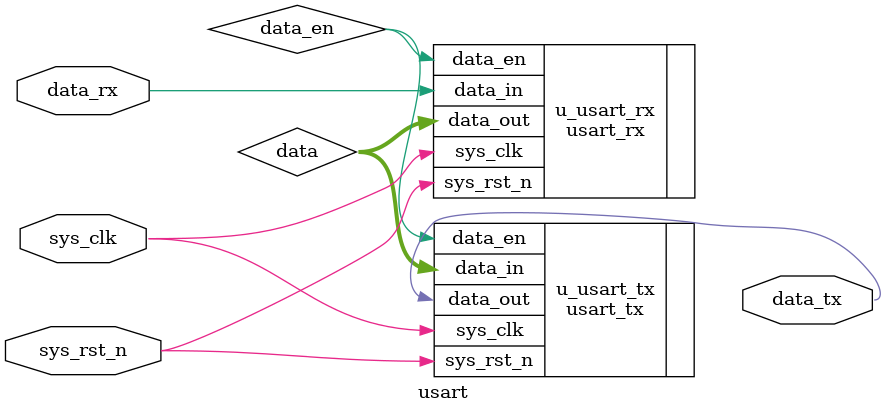
<source format=v>
module usart(
	input sys_clk,             //时钟信号
	input sys_rst_n,           //系统复位信号
	
	input data_rx,            //输入的数据
	output data_tx
);

//parameter define 
parameter  BOUNDS  =  115200;
parameter  S_CLK   =  50_000_000;


//wire define 
wire [7:0] data;
wire data_en;

//*******************************************************
//                      main code
//*******************************************************

usart_rx #(.BOUNDS   (BOUNDS),
			  .S_CLK    (S_CLK))
u_usart_rx (
	.sys_clk        (sys_clk),
	.sys_rst_n      (sys_rst_n),
	
	.data_in        (data_rx),
	.data_out       (data),
	.data_en        (data_en)
);


usart_tx #(.BOUNDS   (BOUNDS),
			  .S_CLK    (S_CLK))
u_usart_tx (
	.sys_clk        (sys_clk),
	.sys_rst_n      (sys_rst_n),
	
	.data_in        (data),
	.data_out       (data_tx),
	.data_en        (data_en)
);


endmodule 
</source>
